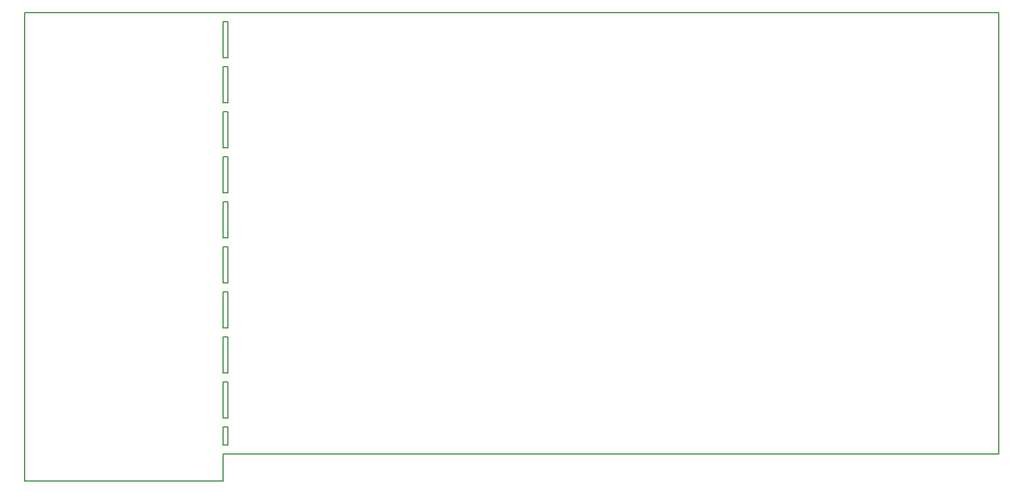
<source format=gbr>
G04 #@! TF.FileFunction,Profile,NP*
%FSLAX46Y46*%
G04 Gerber Fmt 4.6, Leading zero omitted, Abs format (unit mm)*
G04 Created by KiCad (PCBNEW 4.0.7) date 01/05/18 17:34:34*
%MOMM*%
%LPD*%
G01*
G04 APERTURE LIST*
%ADD10C,0.100000*%
%ADD11C,0.150000*%
G04 APERTURE END LIST*
D10*
D11*
X108585000Y-124460000D02*
X109220000Y-124460000D01*
X108585000Y-127000000D02*
X108585000Y-124460000D01*
X109220000Y-127000000D02*
X108585000Y-127000000D01*
X109220000Y-124460000D02*
X109220000Y-127000000D01*
X108585000Y-118110000D02*
X109220000Y-118110000D01*
X108585000Y-123190000D02*
X108585000Y-118110000D01*
X109220000Y-123190000D02*
X108585000Y-123190000D01*
X109220000Y-118110000D02*
X109220000Y-123190000D01*
X108585000Y-111760000D02*
X109220000Y-111760000D01*
X108585000Y-116840000D02*
X108585000Y-111760000D01*
X109220000Y-116840000D02*
X108585000Y-116840000D01*
X109220000Y-111760000D02*
X109220000Y-116840000D01*
X108585000Y-105410000D02*
X109220000Y-105410000D01*
X108585000Y-110490000D02*
X108585000Y-105410000D01*
X109220000Y-110490000D02*
X108585000Y-110490000D01*
X109220000Y-105410000D02*
X109220000Y-110490000D01*
X108585000Y-99060000D02*
X109220000Y-99060000D01*
X108585000Y-104140000D02*
X108585000Y-99060000D01*
X109220000Y-104140000D02*
X108585000Y-104140000D01*
X109220000Y-99060000D02*
X109220000Y-104140000D01*
X108585000Y-92710000D02*
X109220000Y-92710000D01*
X108585000Y-97790000D02*
X108585000Y-92710000D01*
X109220000Y-97790000D02*
X108585000Y-97790000D01*
X109220000Y-92710000D02*
X109220000Y-97790000D01*
X108585000Y-86360000D02*
X109220000Y-86360000D01*
X108585000Y-91440000D02*
X108585000Y-86360000D01*
X109220000Y-91440000D02*
X108585000Y-91440000D01*
X109220000Y-86360000D02*
X109220000Y-91440000D01*
X108585000Y-80010000D02*
X109220000Y-80010000D01*
X108585000Y-85090000D02*
X108585000Y-80010000D01*
X109220000Y-85090000D02*
X108585000Y-85090000D01*
X109220000Y-80010000D02*
X109220000Y-85090000D01*
X108585000Y-78740000D02*
X108585000Y-73660000D01*
X109220000Y-78740000D02*
X108585000Y-78740000D01*
X109220000Y-73660000D02*
X109220000Y-78740000D01*
X108585000Y-73660000D02*
X109220000Y-73660000D01*
X108585000Y-72390000D02*
X108585000Y-67310000D01*
X109220000Y-72390000D02*
X108585000Y-72390000D01*
X109220000Y-67310000D02*
X109220000Y-72390000D01*
X108585000Y-67310000D02*
X109220000Y-67310000D01*
X108585000Y-66040000D02*
X109220000Y-66040000D01*
X108585000Y-128270000D02*
X109220000Y-128270000D01*
X108585000Y-132080000D02*
X108585000Y-128270000D01*
X80645000Y-66040000D02*
X80645000Y-132080000D01*
X108585000Y-66040000D02*
X80645000Y-66040000D01*
X80645000Y-132080000D02*
X108585000Y-132080000D01*
X217805000Y-66040000D02*
X109220000Y-66040000D01*
X217805000Y-128270000D02*
X217805000Y-66040000D01*
X109220000Y-128270000D02*
X217805000Y-128270000D01*
M02*

</source>
